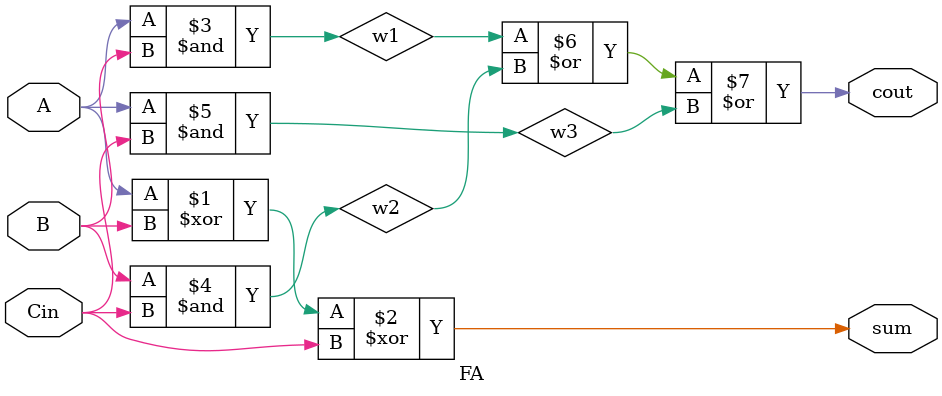
<source format=v>
module FA(
    input  A,
    input  B,
    input  Cin,
    output sum,
    output cout
);

//sum  = A ^ B ^ Cin
//cout = (A & B) | (B & Cin) | (A & Cin)

wire w1,w2,w3;

xor (sum,A,B,Cin);

and (w1,A,B);
and (w2,B,Cin);
and (w3,A,Cin);
or  (cout,w1,w2,w3);
    
endmodule
</source>
